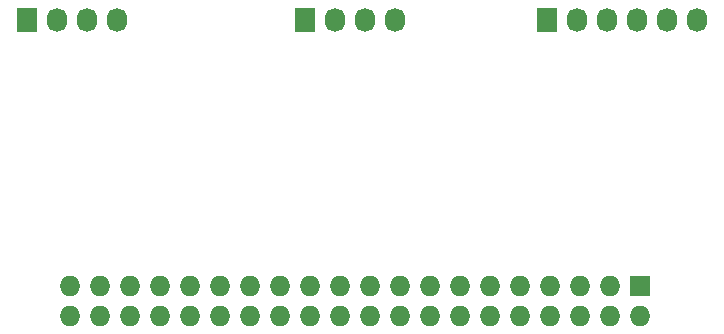
<source format=gbr>
G04 #@! TF.FileFunction,Soldermask,Bot*
%FSLAX46Y46*%
G04 Gerber Fmt 4.6, Leading zero omitted, Abs format (unit mm)*
G04 Created by KiCad (PCBNEW 4.0.4-stable) date 02/07/17 10:52:47*
%MOMM*%
%LPD*%
G01*
G04 APERTURE LIST*
%ADD10C,0.100000*%
%ADD11R,1.727200X1.727200*%
%ADD12O,1.727200X1.727200*%
%ADD13R,1.727200X2.032000*%
%ADD14O,1.727200X2.032000*%
G04 APERTURE END LIST*
D10*
D11*
X170900000Y-111520000D03*
D12*
X170900000Y-114060000D03*
X168360000Y-111520000D03*
X168360000Y-114060000D03*
X165820000Y-111520000D03*
X165820000Y-114060000D03*
X163280000Y-111520000D03*
X163280000Y-114060000D03*
X160740000Y-111520000D03*
X160740000Y-114060000D03*
X158200000Y-111520000D03*
X158200000Y-114060000D03*
X155660000Y-111520000D03*
X155660000Y-114060000D03*
X153120000Y-111520000D03*
X153120000Y-114060000D03*
X150580000Y-111520000D03*
X150580000Y-114060000D03*
X148040000Y-111520000D03*
X148040000Y-114060000D03*
X145500000Y-111520000D03*
X145500000Y-114060000D03*
X142960000Y-111520000D03*
X142960000Y-114060000D03*
X140420000Y-111520000D03*
X140420000Y-114060000D03*
X137880000Y-111520000D03*
X137880000Y-114060000D03*
X135340000Y-111520000D03*
X135340000Y-114060000D03*
X132800000Y-111520000D03*
X132800000Y-114060000D03*
X130260000Y-111520000D03*
X130260000Y-114060000D03*
X127720000Y-111520000D03*
X127720000Y-114060000D03*
X125180000Y-111520000D03*
X125180000Y-114060000D03*
X122640000Y-111520000D03*
X122640000Y-114060000D03*
D13*
X119000000Y-89000000D03*
D14*
X121540000Y-89000000D03*
X124080000Y-89000000D03*
X126620000Y-89000000D03*
D13*
X142500000Y-89000000D03*
D14*
X145040000Y-89000000D03*
X147580000Y-89000000D03*
X150120000Y-89000000D03*
D13*
X163000000Y-89000000D03*
D14*
X165540000Y-89000000D03*
X168080000Y-89000000D03*
X170620000Y-89000000D03*
X173160000Y-89000000D03*
X175700000Y-89000000D03*
M02*

</source>
